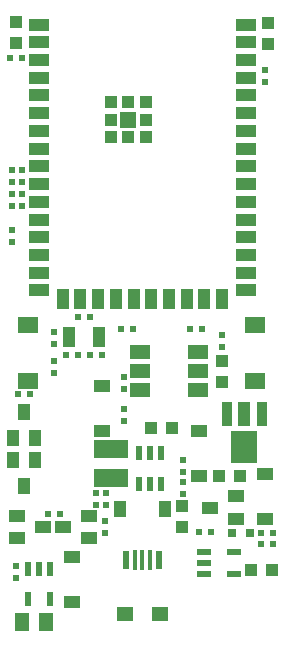
<source format=gbr>
G04 #@! TF.GenerationSoftware,KiCad,Pcbnew,5.1.6-c6e7f7d~87~ubuntu18.04.1*
G04 #@! TF.CreationDate,2020-11-11T15:50:36+02:00*
G04 #@! TF.ProjectId,ESP32-S2-DevKit-USB_Rev_B,45535033-322d-4533-922d-4465764b6974,B*
G04 #@! TF.SameCoordinates,Original*
G04 #@! TF.FileFunction,Paste,Top*
G04 #@! TF.FilePolarity,Positive*
%FSLAX46Y46*%
G04 Gerber Fmt 4.6, Leading zero omitted, Abs format (unit mm)*
G04 Created by KiCad (PCBNEW 5.1.6-c6e7f7d~87~ubuntu18.04.1) date 2020-11-11 15:50:36*
%MOMM*%
%LPD*%
G01*
G04 APERTURE LIST*
%ADD10R,1.400000X1.000000*%
%ADD11R,1.000000X1.400000*%
%ADD12R,0.550000X1.200000*%
%ADD13R,2.200000X2.800000*%
%ADD14R,0.900000X2.100000*%
%ADD15R,1.000000X2.100000*%
%ADD16R,3.000000X1.600000*%
%ADD17R,1.016000X1.016000*%
%ADD18R,1.000000X1.800000*%
%ADD19R,0.500000X0.550000*%
%ADD20R,0.800000X0.800000*%
%ADD21R,1.200000X0.550000*%
%ADD22R,0.500000X1.650000*%
%ADD23R,0.396120X1.721120*%
%ADD24R,1.354000X1.254000*%
%ADD25R,1.754000X1.327000*%
%ADD26R,0.550000X0.500000*%
%ADD27R,1.700000X1.200000*%
%ADD28R,1.700000X1.100000*%
%ADD29R,1.398000X1.398000*%
%ADD30R,1.100000X1.700000*%
%ADD31R,1.098000X1.098000*%
%ADD32R,1.270000X1.524000*%
G04 APERTURE END LIST*
D10*
X153860500Y-109024500D03*
X153860500Y-105224500D03*
D11*
X145410000Y-108204000D03*
X141610000Y-108204000D03*
D10*
X148336000Y-105405000D03*
X148336000Y-101605000D03*
X140081000Y-101595000D03*
X140081000Y-97795000D03*
X137541000Y-112273000D03*
X137541000Y-116073000D03*
D12*
X143195000Y-103474900D03*
X144145000Y-103474900D03*
X145095000Y-103474900D03*
X145095000Y-106075100D03*
X144145000Y-106075100D03*
X143195000Y-106075100D03*
D13*
X152146000Y-102977000D03*
D14*
X150646000Y-100127000D03*
D15*
X152146000Y-100127000D03*
D14*
X153646000Y-100127000D03*
D16*
X140843000Y-103130500D03*
X140843000Y-105530500D03*
D17*
X144272000Y-101346000D03*
X146050000Y-101346000D03*
D18*
X139807000Y-93599000D03*
X137307000Y-93599000D03*
D19*
X137033000Y-95123000D03*
X138049000Y-95123000D03*
X140081000Y-95123000D03*
X139065000Y-95123000D03*
D20*
X151130000Y-110236000D03*
X152654000Y-110236000D03*
D10*
X151475440Y-109026960D03*
X151475440Y-107124500D03*
X149265640Y-108079540D03*
D21*
X148687000Y-111826000D03*
X148687000Y-112776000D03*
X148687000Y-113726000D03*
X151287000Y-111826000D03*
X151287000Y-113726000D03*
D22*
X142122500Y-112547000D03*
D23*
X142860000Y-112547000D03*
X143510000Y-112547000D03*
X144160000Y-112547000D03*
D22*
X144897500Y-112547000D03*
D24*
X142010000Y-117097000D03*
X145010000Y-117097000D03*
D25*
X133858000Y-97386000D03*
X133858000Y-92606000D03*
D17*
X154495500Y-113347500D03*
X152717500Y-113347500D03*
D19*
X154559000Y-110236000D03*
X153543000Y-110236000D03*
X148590000Y-92964000D03*
X147574000Y-92964000D03*
X148336000Y-110109000D03*
X149352000Y-110109000D03*
X154559000Y-111125000D03*
X153543000Y-111125000D03*
D26*
X139573000Y-107823000D03*
X139573000Y-106807000D03*
X140462000Y-106807000D03*
X140462000Y-107823000D03*
X132842000Y-113029999D03*
X132842000Y-114045999D03*
X132461000Y-84582000D03*
X132461000Y-85598000D03*
X132461000Y-81533999D03*
X132461000Y-82549999D03*
X153924000Y-72009000D03*
X153924000Y-70993000D03*
X133350000Y-80518000D03*
X133350000Y-79502000D03*
D25*
X153035000Y-92606000D03*
X153035000Y-97386000D03*
D17*
X151765000Y-105410000D03*
X149987000Y-105410000D03*
D26*
X133350000Y-82549999D03*
X133350000Y-81533999D03*
X132461000Y-79502000D03*
X132461000Y-80518000D03*
X136017000Y-95631000D03*
X136017000Y-96647000D03*
D19*
X138049000Y-91948000D03*
X139065000Y-91948000D03*
X141732000Y-92964000D03*
X142748000Y-92964000D03*
D27*
X143346000Y-94920000D03*
X143346000Y-96520000D03*
X143346000Y-98120000D03*
X148246000Y-98120000D03*
X148246000Y-96520000D03*
X148246000Y-94920000D03*
D28*
X134760000Y-67184000D03*
D29*
X142320000Y-75234000D03*
D28*
X134760000Y-68684000D03*
X134760000Y-70184000D03*
X134760000Y-71684000D03*
X134760000Y-73184000D03*
X134760000Y-74684000D03*
X134760000Y-76184000D03*
X134760000Y-77684000D03*
X134760000Y-79184000D03*
X134760000Y-80684000D03*
X134760000Y-82184000D03*
X134760000Y-83684000D03*
X134760000Y-85184000D03*
X134760000Y-86684000D03*
X134760000Y-88184000D03*
X134760000Y-89684000D03*
D30*
X136760000Y-90434000D03*
X138260000Y-90434000D03*
X139760000Y-90434000D03*
X141260000Y-90434000D03*
X142760000Y-90434000D03*
X144260000Y-90434000D03*
X145760000Y-90434000D03*
X147260000Y-90434000D03*
X148760000Y-90434000D03*
X150260000Y-90434000D03*
D28*
X152260000Y-89684000D03*
X152260000Y-88184000D03*
X152260000Y-86684000D03*
X152260000Y-85184000D03*
X152260000Y-83684000D03*
X152260000Y-82184000D03*
X152260000Y-80684000D03*
X152260000Y-79184000D03*
X152260000Y-77684000D03*
X152260000Y-76184000D03*
X152260000Y-74684000D03*
X152260000Y-73184000D03*
X152260000Y-71684000D03*
X152260000Y-70184000D03*
X152260000Y-68684000D03*
X152260000Y-67184000D03*
D31*
X140820000Y-73734000D03*
X142320000Y-73734000D03*
X143820000Y-73734000D03*
X140820000Y-75234000D03*
X143820000Y-75234000D03*
X140820000Y-76734000D03*
X142320000Y-76734000D03*
X143820000Y-76734000D03*
D26*
X150241000Y-93472000D03*
X150241000Y-94488000D03*
X141986000Y-100711000D03*
X141986000Y-99695000D03*
D32*
X133350000Y-117729000D03*
X135382000Y-117729000D03*
D17*
X150241000Y-95631000D03*
X150241000Y-97409000D03*
X132842000Y-66929000D03*
X132842000Y-68707000D03*
D26*
X136017000Y-94234000D03*
X136017000Y-93218000D03*
X141986000Y-98044000D03*
X141986000Y-97028000D03*
D17*
X154178000Y-67056000D03*
X154178000Y-68834000D03*
D19*
X133350000Y-69977000D03*
X132334000Y-69977000D03*
D12*
X135697000Y-113254000D03*
X134747000Y-113254000D03*
X133797000Y-113254000D03*
X135697000Y-115854000D03*
X133797000Y-115854000D03*
D17*
X146875500Y-107950000D03*
X146875500Y-109728000D03*
D26*
X146939000Y-104013000D03*
X146939000Y-105029000D03*
X146939000Y-105918000D03*
X146939000Y-106934000D03*
D10*
X132877560Y-108778040D03*
X132877560Y-110680500D03*
X135087360Y-109725460D03*
X136819640Y-109730540D03*
X139029440Y-108775500D03*
X139029440Y-110677960D03*
D11*
X133474460Y-99989640D03*
X134429500Y-102199440D03*
X132527040Y-102199440D03*
D19*
X136525000Y-108585000D03*
X135509000Y-108585000D03*
X132969000Y-98425000D03*
X133985000Y-98425000D03*
D26*
X140335000Y-110236000D03*
X140335000Y-109220000D03*
D11*
X134427000Y-104056000D03*
X132527000Y-104056000D03*
X133477000Y-106256000D03*
M02*

</source>
